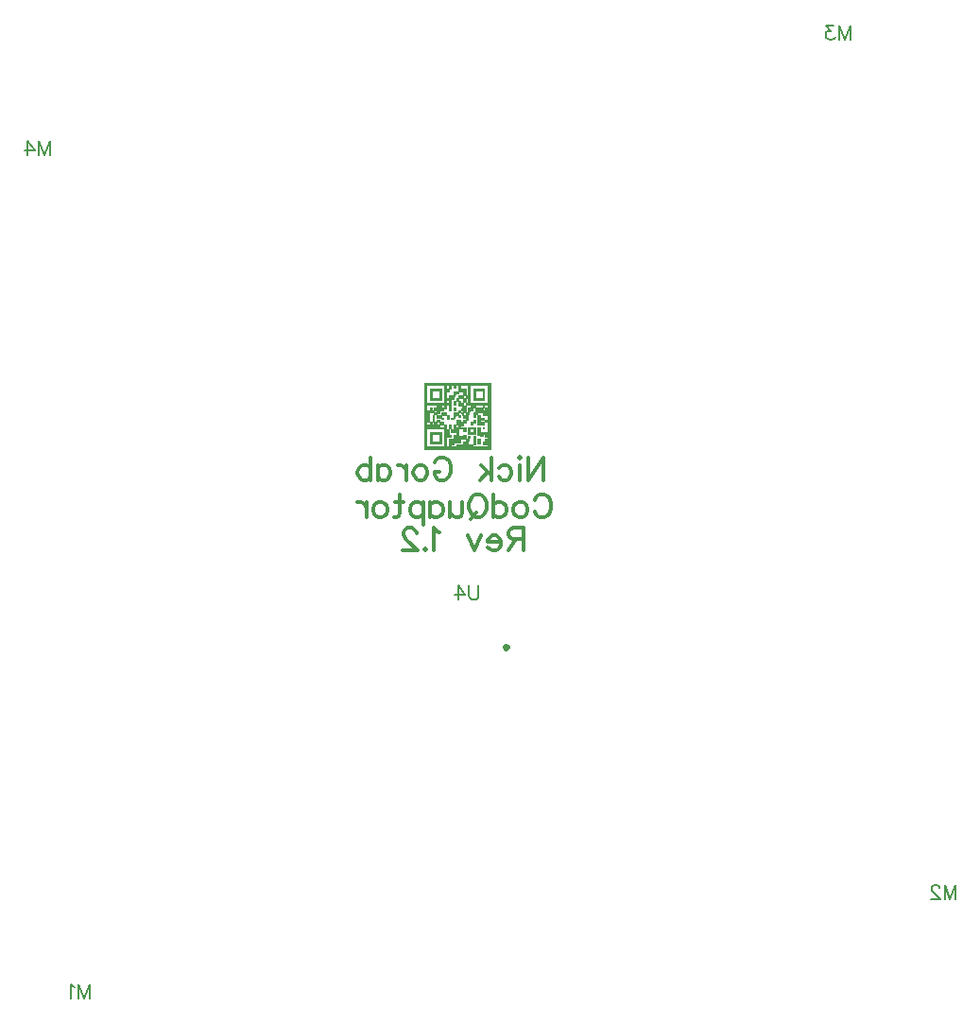
<source format=gbo>
G04 DipTrace 3.2.0.1*
G04 Rev1.3.gbo*
%MOIN*%
G04 #@! TF.FileFunction,Legend,Bot*
G04 #@! TF.Part,Single*
%ADD12C,0.003*%
%ADD69C,0.00772*%
%ADD71C,0.012351*%
%ADD72C,0.015439*%
%FSLAX26Y26*%
G04*
G70*
G90*
G75*
G01*
G04 BotSilk*
%LPD*%
X2210690Y2785879D2*
D12*
X2444690D1*
X2210690Y2782879D2*
X2444690D1*
X2210690Y2779879D2*
X2444690D1*
X2210690Y2776879D2*
X2444690D1*
X2210690Y2773879D2*
X2219690D1*
X2282690D2*
X2288690D1*
X2297690D2*
X2306690D1*
X2315690D2*
X2321690D1*
X2333690D2*
X2339690D1*
X2366690D2*
X2372690D1*
X2435690D2*
X2444690D1*
X2210690Y2770879D2*
X2219690D1*
X2282690D2*
X2288690D1*
X2297690D2*
X2306690D1*
X2315690D2*
X2321690D1*
X2333690D2*
X2339690D1*
X2366690D2*
X2372690D1*
X2435690D2*
X2444690D1*
X2210690Y2767879D2*
X2219690D1*
X2282690D2*
X2288690D1*
X2297690D2*
X2306690D1*
X2315690D2*
X2321690D1*
X2333690D2*
X2339690D1*
X2366690D2*
X2372690D1*
X2435690D2*
X2444690D1*
X2210690Y2764879D2*
X2219690D1*
X2231690D2*
X2270690D1*
X2282690D2*
X2297690D1*
X2333690D2*
X2357690D1*
X2366690D2*
X2372690D1*
X2384690D2*
X2423690D1*
X2435690D2*
X2444690D1*
X2210690Y2761879D2*
X2219690D1*
X2231690D2*
X2270690D1*
X2282690D2*
X2297690D1*
X2333690D2*
X2357690D1*
X2366690D2*
X2372690D1*
X2384690D2*
X2423690D1*
X2435690D2*
X2444690D1*
X2210690Y2758879D2*
X2219690D1*
X2231690D2*
X2270690D1*
X2282690D2*
X2297690D1*
X2333690D2*
X2357690D1*
X2366690D2*
X2372690D1*
X2384690D2*
X2423690D1*
X2435690D2*
X2444690D1*
X2210690Y2755879D2*
X2219690D1*
X2231690D2*
X2237690D1*
X2264690D2*
X2270690D1*
X2282690D2*
X2288690D1*
X2315690D2*
X2330690D1*
X2348690D2*
X2357690D1*
X2366690D2*
X2372690D1*
X2384690D2*
X2390690D1*
X2417690D2*
X2423690D1*
X2435690D2*
X2444690D1*
X2210690Y2752879D2*
X2219690D1*
X2231690D2*
X2237690D1*
X2264690D2*
X2270690D1*
X2282690D2*
X2288690D1*
X2315690D2*
X2330690D1*
X2348690D2*
X2357690D1*
X2366690D2*
X2372690D1*
X2384690D2*
X2390690D1*
X2417690D2*
X2423690D1*
X2435690D2*
X2444690D1*
X2210690Y2749879D2*
X2219690D1*
X2231690D2*
X2237690D1*
X2264690D2*
X2270690D1*
X2282690D2*
X2288690D1*
X2315690D2*
X2330690D1*
X2348690D2*
X2357690D1*
X2366690D2*
X2372690D1*
X2384690D2*
X2390690D1*
X2417690D2*
X2423690D1*
X2435690D2*
X2444690D1*
X2210690Y2746879D2*
X2219690D1*
X2231690D2*
X2237690D1*
X2264690D2*
X2270690D1*
X2282690D2*
X2288690D1*
X2315690D2*
X2321690D1*
X2348690D2*
X2357690D1*
X2366690D2*
X2372690D1*
X2384690D2*
X2390690D1*
X2417690D2*
X2423690D1*
X2435690D2*
X2444690D1*
X2210690Y2743879D2*
X2219690D1*
X2231690D2*
X2237690D1*
X2264690D2*
X2270690D1*
X2282690D2*
X2288690D1*
X2315690D2*
X2320763D1*
X2348690D2*
X2357690D1*
X2366690D2*
X2372690D1*
X2384690D2*
X2390690D1*
X2417690D2*
X2423690D1*
X2435690D2*
X2444690D1*
X2210690Y2740879D2*
X2219690D1*
X2231690D2*
X2237690D1*
X2264690D2*
X2270690D1*
X2282690D2*
X2288690D1*
X2297690D2*
X2319275D1*
X2333690D2*
X2372690D1*
X2384690D2*
X2390690D1*
X2417690D2*
X2423690D1*
X2435690D2*
X2444690D1*
X2210690Y2737879D2*
X2219690D1*
X2231690D2*
X2237690D1*
X2264690D2*
X2270690D1*
X2282690D2*
X2288690D1*
X2297690D2*
X2317722D1*
X2333690D2*
X2348690D1*
X2357690D2*
X2372690D1*
X2384690D2*
X2390690D1*
X2417690D2*
X2423690D1*
X2435690D2*
X2444690D1*
X2210690Y2734879D2*
X2219690D1*
X2231690D2*
X2237690D1*
X2264690D2*
X2270690D1*
X2282690D2*
X2288690D1*
X2297690D2*
X2316667D1*
X2333690D2*
X2348690D1*
X2357690D2*
X2372690D1*
X2384690D2*
X2390690D1*
X2417690D2*
X2423690D1*
X2435690D2*
X2444690D1*
X2210690Y2731879D2*
X2219690D1*
X2231690D2*
X2270690D1*
X2282690D2*
X2316077D1*
X2324690D2*
X2372690D1*
X2384690D2*
X2423690D1*
X2435690D2*
X2444690D1*
X2210690Y2728879D2*
X2219690D1*
X2231690D2*
X2270690D1*
X2282690D2*
X2306690D1*
X2324690D2*
X2330690D1*
X2348690D2*
X2357690D1*
X2366690D2*
X2372690D1*
X2384690D2*
X2423690D1*
X2435690D2*
X2444690D1*
X2210690Y2725879D2*
X2219690D1*
X2231690D2*
X2270690D1*
X2282690D2*
X2306690D1*
X2324690D2*
X2330690D1*
X2348690D2*
X2357690D1*
X2366690D2*
X2372690D1*
X2384690D2*
X2423690D1*
X2435690D2*
X2444690D1*
X2210690Y2722879D2*
X2219690D1*
X2282690D2*
X2288690D1*
X2297690D2*
X2306690D1*
X2315690D2*
X2321690D1*
X2333690D2*
X2339690D1*
X2348690D2*
X2357690D1*
X2366690D2*
X2372690D1*
X2435690D2*
X2444690D1*
X2210690Y2719879D2*
X2219690D1*
X2282690D2*
X2288690D1*
X2297690D2*
X2306690D1*
X2315690D2*
X2321690D1*
X2333690D2*
X2339690D1*
X2348690D2*
X2357690D1*
X2366690D2*
X2372690D1*
X2435690D2*
X2444690D1*
X2210690Y2716879D2*
X2219690D1*
X2282690D2*
X2288690D1*
X2297690D2*
X2306690D1*
X2315690D2*
X2321690D1*
X2333690D2*
X2339690D1*
X2348690D2*
X2357690D1*
X2366690D2*
X2372690D1*
X2435690D2*
X2444690D1*
X2210690Y2713879D2*
X2306690D1*
X2315690D2*
X2321690D1*
X2333690D2*
X2348690D1*
X2357690D2*
X2444690D1*
X2210690Y2710879D2*
X2306690D1*
X2315690D2*
X2321690D1*
X2333690D2*
X2348690D1*
X2357690D2*
X2444690D1*
X2210690Y2707879D2*
X2306690D1*
X2315690D2*
X2321690D1*
X2333690D2*
X2348690D1*
X2357690D2*
X2444690D1*
X2210690Y2704879D2*
X2219690D1*
X2255690D2*
X2270690D1*
X2282690D2*
X2288690D1*
X2297690D2*
X2306690D1*
X2348690D2*
X2357690D1*
X2375690D2*
X2390690D1*
X2417690D2*
X2423690D1*
X2435690D2*
X2444690D1*
X2210690Y2701879D2*
X2219690D1*
X2255690D2*
X2270690D1*
X2282690D2*
X2288690D1*
X2297690D2*
X2306690D1*
X2346639D2*
X2357690D1*
X2375690D2*
X2390690D1*
X2417690D2*
X2423690D1*
X2435690D2*
X2444690D1*
X2210690Y2698879D2*
X2219690D1*
X2231690D2*
X2237690D1*
X2246690D2*
X2288690D1*
X2297690D2*
X2306690D1*
X2315690D2*
X2321690D1*
X2344853D2*
X2357690D1*
X2366690D2*
X2444690D1*
X2210690Y2695879D2*
X2219690D1*
X2231690D2*
X2237690D1*
X2246690D2*
X2279690D1*
X2297690D2*
X2306690D1*
X2315690D2*
X2321690D1*
X2343711D2*
X2357690D1*
X2366690D2*
X2381690D1*
X2393690D2*
X2417690D1*
X2426690D2*
X2444690D1*
X2210690Y2692879D2*
X2219690D1*
X2231690D2*
X2237690D1*
X2246690D2*
X2279690D1*
X2297690D2*
X2306690D1*
X2315690D2*
X2321690D1*
X2343092D2*
X2357690D1*
X2366690D2*
X2381690D1*
X2393690D2*
X2417690D1*
X2426690D2*
X2444690D1*
X2210690Y2689879D2*
X2279690D1*
X2297690D2*
X2306690D1*
X2315690D2*
X2321690D1*
X2333690D2*
X2357690D1*
X2366690D2*
X2381690D1*
X2393690D2*
X2444690D1*
X2210690Y2686879D2*
X2246690D1*
X2255690D2*
X2264690D1*
X2333690D2*
X2339690D1*
X2348690D2*
X2357690D1*
X2366690D2*
X2372690D1*
X2393690D2*
X2444690D1*
X2210690Y2683879D2*
X2246690D1*
X2255690D2*
X2264690D1*
X2333690D2*
X2339690D1*
X2348690D2*
X2357690D1*
X2366690D2*
X2371763D1*
X2393690D2*
X2444690D1*
X2210690Y2680879D2*
X2264690D1*
X2273690D2*
X2288690D1*
X2315690D2*
X2370275D1*
X2384690D2*
X2444690D1*
X2210690Y2677879D2*
X2228690D1*
X2245763D2*
X2255690D1*
X2273690D2*
X2288690D1*
X2315690D2*
X2330690D1*
X2343618D2*
X2348690D1*
X2357690D2*
X2368722D1*
X2384690D2*
X2399690D1*
X2417690D2*
X2444690D1*
X2210690Y2674879D2*
X2228690D1*
X2244275D2*
X2255690D1*
X2273690D2*
X2288690D1*
X2315690D2*
X2330690D1*
X2345105D2*
X2348690D1*
X2357690D2*
X2367671D1*
X2384690D2*
X2399690D1*
X2417690D2*
X2444690D1*
X2210690Y2671879D2*
X2228690D1*
X2242722D2*
X2246690D1*
X2255690D2*
X2270690D1*
X2291690D2*
X2297690D1*
X2315690D2*
X2321690D1*
X2333690D2*
X2339690D1*
X2346659D2*
X2367114D1*
X2384690D2*
X2390690D1*
X2399690D2*
X2408690D1*
X2435690D2*
X2444690D1*
X2210690Y2668879D2*
X2228690D1*
X2241671D2*
X2246690D1*
X2255690D2*
X2270690D1*
X2291690D2*
X2297690D1*
X2315690D2*
X2320763D1*
X2333690D2*
X2339690D1*
X2347714D2*
X2366859D1*
X2384690D2*
X2390690D1*
X2399690D2*
X2408690D1*
X2435690D2*
X2444690D1*
X2210690Y2665879D2*
X2228690D1*
X2241114D2*
X2246690D1*
X2255690D2*
X2270690D1*
X2291690D2*
X2297690D1*
X2315690D2*
X2319274D1*
X2333690D2*
X2339690D1*
X2348303D2*
X2366753D1*
X2384690D2*
X2390690D1*
X2399690D2*
X2408690D1*
X2435690D2*
X2444690D1*
X2210690Y2662879D2*
X2228690D1*
X2240859D2*
X2246690D1*
X2273690D2*
X2279690D1*
X2291690D2*
X2297690D1*
X2306690D2*
X2317706D1*
X2357690D2*
X2366713D1*
X2399690D2*
X2423690D1*
X2435690D2*
X2444690D1*
X2210690Y2659879D2*
X2228690D1*
X2240753D2*
X2246690D1*
X2273690D2*
X2279690D1*
X2291690D2*
X2297690D1*
X2306690D2*
X2316564D1*
X2357690D2*
X2366698D1*
X2399690D2*
X2423690D1*
X2435690D2*
X2444690D1*
X2210690Y2656879D2*
X2228690D1*
X2240713D2*
X2246690D1*
X2273690D2*
X2279690D1*
X2291690D2*
X2297690D1*
X2306690D2*
X2315690D1*
X2357690D2*
X2366693D1*
X2399690D2*
X2423690D1*
X2435690D2*
X2444690D1*
X2210690Y2653879D2*
X2228690D1*
X2240698D2*
X2246690D1*
X2255690D2*
X2264690D1*
X2324690D2*
X2339690D1*
X2348690D2*
X2357690D1*
X2384690D2*
X2390690D1*
X2399690D2*
X2408690D1*
X2426690D2*
X2444690D1*
X2210690Y2650879D2*
X2228690D1*
X2240690D2*
X2246690D1*
X2255690D2*
X2264690D1*
X2324690D2*
X2339690D1*
X2348690D2*
X2357690D1*
X2384690D2*
X2390690D1*
X2399690D2*
X2408690D1*
X2426690D2*
X2444690D1*
X2210690Y2647879D2*
X2279690D1*
X2324690D2*
X2357690D1*
X2375690D2*
X2390690D1*
X2399690D2*
X2444690D1*
X2210690Y2644879D2*
X2219690D1*
X2231690D2*
X2237690D1*
X2246690D2*
X2255690D1*
X2264690D2*
X2279690D1*
X2324690D2*
X2348690D1*
X2375690D2*
X2381690D1*
X2399690D2*
X2423690D1*
X2435690D2*
X2444690D1*
X2210690Y2641879D2*
X2219690D1*
X2231690D2*
X2237690D1*
X2246690D2*
X2255690D1*
X2264690D2*
X2279690D1*
X2324690D2*
X2348690D1*
X2375690D2*
X2381690D1*
X2399690D2*
X2423690D1*
X2435690D2*
X2444690D1*
X2210690Y2638879D2*
X2288690D1*
X2297690D2*
X2306690D1*
X2315690D2*
X2348690D1*
X2375690D2*
X2381690D1*
X2399690D2*
X2423690D1*
X2435690D2*
X2444690D1*
X2210690Y2635879D2*
X2264690D1*
X2282690D2*
X2288690D1*
X2297690D2*
X2306690D1*
X2315690D2*
X2321690D1*
X2333690D2*
X2339690D1*
X2435690D2*
X2444690D1*
X2210690Y2632879D2*
X2264690D1*
X2282690D2*
X2288690D1*
X2297690D2*
X2306690D1*
X2315690D2*
X2321690D1*
X2333690D2*
X2339690D1*
X2435690D2*
X2444690D1*
X2210690Y2629879D2*
X2288690D1*
X2297690D2*
X2306690D1*
X2315690D2*
X2357690D1*
X2366690D2*
X2390690D1*
X2399690D2*
X2408690D1*
X2417690D2*
X2423690D1*
X2435690D2*
X2444690D1*
X2210690Y2626879D2*
X2288690D1*
X2297690D2*
X2306690D1*
X2315690D2*
X2357690D1*
X2366690D2*
X2390690D1*
X2399690D2*
X2408690D1*
X2417690D2*
X2423690D1*
X2435690D2*
X2444690D1*
X2210690Y2623879D2*
X2288690D1*
X2297690D2*
X2306690D1*
X2315690D2*
X2357690D1*
X2366690D2*
X2390690D1*
X2399690D2*
X2408690D1*
X2417690D2*
X2423690D1*
X2435690D2*
X2444690D1*
X2210690Y2620879D2*
X2219690D1*
X2282690D2*
X2297690D1*
X2306690D2*
X2330690D1*
X2348690D2*
X2357690D1*
X2366690D2*
X2372690D1*
X2384690D2*
X2390690D1*
X2399690D2*
X2408690D1*
X2435690D2*
X2444690D1*
X2210690Y2617879D2*
X2219690D1*
X2282690D2*
X2297690D1*
X2306690D2*
X2330690D1*
X2348690D2*
X2357690D1*
X2366690D2*
X2372690D1*
X2384690D2*
X2390690D1*
X2399690D2*
X2408690D1*
X2435690D2*
X2444690D1*
X2210690Y2614879D2*
X2219690D1*
X2282690D2*
X2297690D1*
X2306690D2*
X2330690D1*
X2348690D2*
X2357690D1*
X2366690D2*
X2372690D1*
X2384690D2*
X2390690D1*
X2399690D2*
X2408690D1*
X2435690D2*
X2444690D1*
X2210690Y2611879D2*
X2219690D1*
X2231690D2*
X2270690D1*
X2282690D2*
X2297690D1*
X2324690D2*
X2330690D1*
X2366690D2*
X2390690D1*
X2399690D2*
X2444690D1*
X2210690Y2608879D2*
X2219690D1*
X2231690D2*
X2270690D1*
X2282690D2*
X2297690D1*
X2324690D2*
X2330690D1*
X2366690D2*
X2390690D1*
X2399690D2*
X2444690D1*
X2210690Y2605879D2*
X2219690D1*
X2231690D2*
X2270690D1*
X2282690D2*
X2297690D1*
X2324690D2*
X2330690D1*
X2366690D2*
X2390690D1*
X2399690D2*
X2444690D1*
X2210690Y2602879D2*
X2219690D1*
X2231690D2*
X2237690D1*
X2264690D2*
X2270690D1*
X2282690D2*
X2306690D1*
X2315690D2*
X2330690D1*
X2348690D2*
X2357690D1*
X2408690D2*
X2417690D1*
X2426690D2*
X2444690D1*
X2210690Y2599879D2*
X2219690D1*
X2231690D2*
X2237690D1*
X2264690D2*
X2270690D1*
X2282690D2*
X2306690D1*
X2315690D2*
X2330690D1*
X2348690D2*
X2357690D1*
X2408690D2*
X2417690D1*
X2426690D2*
X2444690D1*
X2210690Y2596879D2*
X2219690D1*
X2231690D2*
X2237690D1*
X2264690D2*
X2270690D1*
X2282690D2*
X2306690D1*
X2315690D2*
X2357690D1*
X2366690D2*
X2372690D1*
X2384690D2*
X2390690D1*
X2408690D2*
X2417690D1*
X2426690D2*
X2444690D1*
X2210690Y2593879D2*
X2219690D1*
X2231690D2*
X2237690D1*
X2264690D2*
X2270690D1*
X2282690D2*
X2288690D1*
X2315690D2*
X2357690D1*
X2366690D2*
X2372462D1*
X2384690D2*
X2390690D1*
X2435690D2*
X2444690D1*
X2210690Y2590879D2*
X2219690D1*
X2231690D2*
X2237690D1*
X2264690D2*
X2270690D1*
X2282690D2*
X2288690D1*
X2315690D2*
X2357690D1*
X2366690D2*
X2371964D1*
X2384690D2*
X2390690D1*
X2435690D2*
X2444690D1*
X2210690Y2587879D2*
X2219690D1*
X2231690D2*
X2237690D1*
X2264690D2*
X2270690D1*
X2282690D2*
X2288690D1*
X2297690D2*
X2370322D1*
X2384690D2*
X2390690D1*
X2399690D2*
X2408690D1*
X2426690D2*
X2444690D1*
X2210690Y2584879D2*
X2219690D1*
X2231690D2*
X2237690D1*
X2264690D2*
X2270690D1*
X2282690D2*
X2288690D1*
X2297690D2*
X2339690D1*
X2357690D2*
X2368733D1*
X2384690D2*
X2390690D1*
X2399690D2*
X2408690D1*
X2426690D2*
X2444690D1*
X2210690Y2581879D2*
X2219690D1*
X2231690D2*
X2237690D1*
X2264690D2*
X2270690D1*
X2282690D2*
X2288690D1*
X2297690D2*
X2339690D1*
X2357690D2*
X2367674D1*
X2384690D2*
X2390690D1*
X2399690D2*
X2408690D1*
X2426690D2*
X2444690D1*
X2210690Y2578879D2*
X2219690D1*
X2231690D2*
X2270690D1*
X2282690D2*
X2288690D1*
X2297690D2*
X2339690D1*
X2348690D2*
X2367114D1*
X2384690D2*
X2390690D1*
X2399690D2*
X2408690D1*
X2417690D2*
X2444690D1*
X2210690Y2575879D2*
X2219690D1*
X2231690D2*
X2270690D1*
X2282690D2*
X2288690D1*
X2297690D2*
X2315690D1*
X2348690D2*
X2366858D1*
X2384690D2*
X2390690D1*
X2399690D2*
X2408690D1*
X2417690D2*
X2444690D1*
X2210690Y2572879D2*
X2219690D1*
X2231690D2*
X2270690D1*
X2282690D2*
X2288690D1*
X2297690D2*
X2315690D1*
X2348690D2*
X2366750D1*
X2384690D2*
X2390690D1*
X2399690D2*
X2408690D1*
X2417690D2*
X2444690D1*
X2210690Y2569879D2*
X2219690D1*
X2282690D2*
X2288690D1*
X2297690D2*
X2306690D1*
X2324690D2*
X2381690D1*
X2435690D2*
X2444690D1*
X2210690Y2566879D2*
X2219690D1*
X2282690D2*
X2288690D1*
X2297690D2*
X2306690D1*
X2324690D2*
X2381690D1*
X2435690D2*
X2444690D1*
X2210690Y2563879D2*
X2219690D1*
X2282690D2*
X2288690D1*
X2297690D2*
X2306690D1*
X2324690D2*
X2381690D1*
X2435690D2*
X2444690D1*
X2210690Y2560879D2*
X2444690D1*
X2210690Y2557879D2*
X2444690D1*
X2210690Y2554879D2*
X2444690D1*
X2210690Y2551879D2*
X2444690D1*
X2210690Y2785879D2*
Y2782879D1*
Y2779879D1*
Y2776879D1*
Y2773879D1*
Y2770879D1*
Y2767879D1*
Y2764879D1*
Y2761879D1*
Y2758879D1*
Y2755879D1*
Y2752879D1*
Y2749879D1*
Y2746879D1*
Y2743879D1*
Y2740879D1*
Y2737879D1*
Y2734879D1*
Y2731879D1*
Y2728879D1*
Y2725879D1*
Y2722879D1*
Y2719879D1*
Y2716879D1*
Y2713879D1*
Y2710879D1*
Y2707879D1*
Y2704879D1*
Y2701879D1*
Y2698879D1*
Y2695879D1*
Y2692879D1*
Y2689879D1*
Y2686879D1*
Y2683879D1*
Y2680879D1*
Y2677879D1*
Y2674879D1*
Y2671879D1*
Y2668879D1*
Y2665879D1*
Y2662879D1*
Y2659879D1*
Y2656879D1*
Y2653879D1*
Y2650879D1*
Y2647879D1*
Y2644879D1*
Y2641879D1*
Y2638879D1*
Y2635879D1*
Y2632879D1*
Y2629879D1*
Y2626879D1*
Y2623879D1*
Y2620879D1*
Y2617879D1*
Y2614879D1*
Y2611879D1*
Y2608879D1*
Y2605879D1*
Y2602879D1*
Y2599879D1*
Y2596879D1*
Y2593879D1*
Y2590879D1*
Y2587879D1*
Y2584879D1*
Y2581879D1*
Y2578879D1*
Y2575879D1*
Y2572879D1*
Y2569879D1*
Y2566879D1*
Y2563879D1*
Y2560879D1*
Y2557879D1*
Y2554879D1*
Y2551879D1*
X2444690Y2785879D2*
Y2782879D1*
Y2779879D1*
Y2776879D1*
Y2773879D1*
Y2770879D1*
Y2767879D1*
Y2764879D1*
Y2761879D1*
Y2758879D1*
Y2755879D1*
Y2752879D1*
Y2749879D1*
Y2746879D1*
Y2743879D1*
Y2740879D1*
Y2737879D1*
Y2734879D1*
Y2731879D1*
Y2728879D1*
Y2725879D1*
Y2722879D1*
Y2719879D1*
Y2716879D1*
Y2713879D1*
Y2710879D1*
Y2707879D1*
Y2704879D1*
Y2701879D1*
Y2698879D1*
Y2695879D1*
Y2692879D1*
Y2689879D1*
Y2686879D1*
Y2683879D1*
Y2680879D1*
Y2677879D1*
Y2674879D1*
Y2671879D1*
Y2668879D1*
Y2665879D1*
Y2662879D1*
Y2659879D1*
Y2656879D1*
Y2653879D1*
Y2650879D1*
Y2647879D1*
Y2644879D1*
Y2641879D1*
Y2638879D1*
Y2635879D1*
Y2632879D1*
Y2629879D1*
Y2626879D1*
Y2623879D1*
Y2620879D1*
Y2617879D1*
Y2614879D1*
Y2611879D1*
Y2608879D1*
Y2605879D1*
Y2602879D1*
Y2599879D1*
Y2596879D1*
Y2593879D1*
Y2590879D1*
Y2587879D1*
Y2584879D1*
Y2581879D1*
Y2578879D1*
Y2575879D1*
Y2572879D1*
Y2569879D1*
Y2566879D1*
Y2563879D1*
Y2560879D1*
Y2557879D1*
Y2554879D1*
Y2551879D1*
X2219690Y2776879D2*
Y2773879D1*
Y2770879D1*
Y2767879D1*
Y2764879D1*
Y2761879D1*
Y2758879D1*
Y2755879D1*
Y2752879D1*
Y2749879D1*
Y2746879D1*
Y2743879D1*
Y2740879D1*
Y2737879D1*
Y2734879D1*
Y2731879D1*
Y2728879D1*
Y2725879D1*
Y2722879D1*
Y2719879D1*
Y2716879D1*
Y2713879D1*
X2282690Y2776879D2*
Y2773879D1*
Y2770879D1*
Y2767879D1*
Y2764879D1*
Y2761879D1*
Y2758879D1*
Y2755879D1*
Y2752879D1*
Y2749879D1*
Y2746879D1*
Y2743879D1*
Y2740879D1*
Y2737879D1*
Y2734879D1*
Y2731879D1*
Y2728879D1*
Y2725879D1*
Y2722879D1*
Y2719879D1*
Y2716879D1*
Y2713879D1*
X2288690Y2776879D2*
Y2773879D1*
Y2770879D1*
Y2767879D1*
X2297690Y2776879D2*
Y2773879D1*
Y2770879D1*
Y2767879D1*
X2306690Y2776879D2*
Y2773879D1*
Y2770879D1*
Y2767879D1*
Y2764879D1*
X2297690D1*
Y2761879D1*
Y2758879D1*
Y2755879D1*
X2288690D1*
Y2752879D1*
Y2749879D1*
Y2746879D1*
Y2743879D1*
Y2740879D1*
Y2737879D1*
Y2734879D1*
X2315690Y2776879D2*
Y2773879D1*
Y2770879D1*
Y2767879D1*
X2321690Y2776879D2*
Y2773879D1*
Y2770879D1*
Y2767879D1*
X2333690Y2776879D2*
Y2773879D1*
Y2770879D1*
Y2767879D1*
Y2764879D1*
Y2761879D1*
Y2758879D1*
Y2755879D1*
X2348690D1*
Y2752879D1*
Y2749879D1*
Y2746879D1*
Y2743879D1*
Y2740879D1*
X2333690D1*
Y2737879D1*
Y2734879D1*
Y2731879D1*
X2324690D1*
Y2728879D1*
Y2725879D1*
Y2722879D1*
X2333690D1*
Y2719879D1*
Y2716879D1*
Y2713879D1*
Y2710879D1*
Y2707879D1*
Y2704879D1*
X2348690D1*
X2346639Y2701879D1*
X2344853Y2698879D1*
X2343711Y2695879D1*
X2343092Y2692879D1*
X2342690Y2689879D1*
X2333690D1*
Y2686879D1*
Y2683879D1*
Y2680879D1*
X2315690D1*
Y2677879D1*
Y2674879D1*
Y2671879D1*
Y2668879D1*
Y2665879D1*
Y2662879D1*
X2306690D1*
Y2659879D1*
Y2656879D1*
X2339690Y2776879D2*
Y2773879D1*
Y2770879D1*
Y2767879D1*
Y2764879D1*
X2357690D1*
Y2761879D1*
Y2758879D1*
Y2755879D1*
Y2752879D1*
Y2749879D1*
Y2746879D1*
Y2743879D1*
X2366690Y2776879D2*
Y2773879D1*
Y2770879D1*
Y2767879D1*
Y2764879D1*
Y2761879D1*
Y2758879D1*
Y2755879D1*
Y2752879D1*
Y2749879D1*
Y2746879D1*
Y2743879D1*
X2372690Y2776879D2*
Y2773879D1*
Y2770879D1*
Y2767879D1*
Y2764879D1*
Y2761879D1*
Y2758879D1*
Y2755879D1*
Y2752879D1*
Y2749879D1*
Y2746879D1*
Y2743879D1*
Y2740879D1*
Y2737879D1*
Y2734879D1*
Y2731879D1*
Y2728879D1*
Y2725879D1*
Y2722879D1*
Y2719879D1*
Y2716879D1*
Y2713879D1*
X2435690Y2776879D2*
Y2773879D1*
Y2770879D1*
Y2767879D1*
Y2764879D1*
Y2761879D1*
Y2758879D1*
Y2755879D1*
Y2752879D1*
Y2749879D1*
Y2746879D1*
Y2743879D1*
Y2740879D1*
Y2737879D1*
Y2734879D1*
Y2731879D1*
Y2728879D1*
Y2725879D1*
Y2722879D1*
Y2719879D1*
Y2716879D1*
Y2713879D1*
X2231690Y2764879D2*
Y2761879D1*
Y2758879D1*
Y2755879D1*
Y2752879D1*
Y2749879D1*
Y2746879D1*
Y2743879D1*
Y2740879D1*
Y2737879D1*
Y2734879D1*
Y2731879D1*
Y2728879D1*
Y2725879D1*
X2270690Y2764879D2*
Y2761879D1*
Y2758879D1*
Y2755879D1*
Y2752879D1*
Y2749879D1*
Y2746879D1*
Y2743879D1*
Y2740879D1*
Y2737879D1*
Y2734879D1*
Y2731879D1*
Y2728879D1*
Y2725879D1*
X2384690Y2764879D2*
Y2761879D1*
Y2758879D1*
Y2755879D1*
Y2752879D1*
Y2749879D1*
Y2746879D1*
Y2743879D1*
Y2740879D1*
Y2737879D1*
Y2734879D1*
Y2731879D1*
Y2728879D1*
Y2725879D1*
X2423690Y2764879D2*
Y2761879D1*
Y2758879D1*
Y2755879D1*
Y2752879D1*
Y2749879D1*
Y2746879D1*
Y2743879D1*
Y2740879D1*
Y2737879D1*
Y2734879D1*
Y2731879D1*
Y2728879D1*
Y2725879D1*
X2237690Y2758879D2*
Y2755879D1*
Y2752879D1*
Y2749879D1*
Y2746879D1*
Y2743879D1*
Y2740879D1*
Y2737879D1*
Y2734879D1*
X2264690Y2758879D2*
Y2755879D1*
Y2752879D1*
Y2749879D1*
Y2746879D1*
Y2743879D1*
Y2740879D1*
Y2737879D1*
Y2734879D1*
X2315690Y2755879D2*
Y2752879D1*
Y2749879D1*
Y2746879D1*
Y2743879D1*
Y2740879D1*
X2297690D1*
Y2737879D1*
Y2734879D1*
X2330690Y2755879D2*
Y2752879D1*
Y2749879D1*
Y2746879D1*
X2321690D1*
X2320763Y2743879D1*
X2319275Y2740879D1*
X2317722Y2737879D1*
X2316667Y2734879D1*
X2316077Y2731879D1*
X2315690Y2728879D1*
X2306690D1*
Y2725879D1*
Y2722879D1*
Y2719879D1*
Y2716879D1*
Y2713879D1*
Y2710879D1*
Y2707879D1*
Y2704879D1*
Y2701879D1*
Y2698879D1*
Y2695879D1*
Y2692879D1*
Y2689879D1*
X2390690Y2758879D2*
Y2755879D1*
Y2752879D1*
Y2749879D1*
Y2746879D1*
Y2743879D1*
Y2740879D1*
Y2737879D1*
Y2734879D1*
X2417690Y2758879D2*
Y2755879D1*
Y2752879D1*
Y2749879D1*
Y2746879D1*
Y2743879D1*
Y2740879D1*
Y2737879D1*
Y2734879D1*
X2348690Y2740879D2*
Y2737879D1*
Y2734879D1*
X2357690Y2740879D2*
Y2737879D1*
Y2734879D1*
X2330690Y2731879D2*
Y2728879D1*
Y2725879D1*
Y2722879D1*
X2321690D1*
Y2719879D1*
Y2716879D1*
Y2713879D1*
Y2710879D1*
Y2707879D1*
X2348690Y2731879D2*
Y2728879D1*
Y2725879D1*
Y2722879D1*
Y2719879D1*
Y2716879D1*
X2357690Y2731879D2*
Y2728879D1*
Y2725879D1*
Y2722879D1*
Y2719879D1*
Y2716879D1*
X2366690Y2731879D2*
Y2728879D1*
Y2725879D1*
Y2722879D1*
Y2719879D1*
Y2716879D1*
X2288690Y2725879D2*
Y2722879D1*
Y2719879D1*
Y2716879D1*
X2297690Y2725879D2*
Y2722879D1*
Y2719879D1*
Y2716879D1*
X2315690Y2722879D2*
Y2719879D1*
Y2716879D1*
Y2713879D1*
Y2710879D1*
Y2707879D1*
X2339690Y2722879D2*
Y2719879D1*
Y2716879D1*
X2348690Y2713879D2*
Y2710879D1*
Y2707879D1*
X2357690Y2713879D2*
Y2710879D1*
Y2707879D1*
X2219690D2*
Y2704879D1*
Y2701879D1*
Y2698879D1*
Y2695879D1*
Y2692879D1*
X2255690Y2707879D2*
Y2704879D1*
Y2701879D1*
Y2698879D1*
X2246690D1*
Y2695879D1*
Y2692879D1*
X2270690Y2707879D2*
Y2704879D1*
Y2701879D1*
X2282690Y2707879D2*
Y2704879D1*
Y2701879D1*
X2288690Y2707879D2*
Y2704879D1*
Y2701879D1*
Y2698879D1*
Y2695879D1*
X2279690D1*
Y2692879D1*
Y2689879D1*
Y2686879D1*
X2264690D1*
Y2683879D1*
Y2680879D1*
Y2677879D1*
X2255690D1*
Y2674879D1*
Y2671879D1*
X2270690D1*
Y2668879D1*
Y2665879D1*
X2297690Y2707879D2*
Y2704879D1*
Y2701879D1*
Y2698879D1*
Y2695879D1*
Y2692879D1*
Y2689879D1*
X2357690Y2704879D2*
Y2701879D1*
Y2698879D1*
Y2695879D1*
Y2692879D1*
Y2689879D1*
Y2686879D1*
Y2683879D1*
X2375690Y2707879D2*
Y2704879D1*
Y2701879D1*
Y2698879D1*
X2366690D1*
Y2695879D1*
Y2692879D1*
Y2689879D1*
Y2686879D1*
Y2683879D1*
X2390690Y2707879D2*
Y2704879D1*
Y2701879D1*
X2417690Y2707879D2*
Y2704879D1*
Y2701879D1*
X2423690Y2707879D2*
Y2704879D1*
Y2701879D1*
X2435690Y2707879D2*
Y2704879D1*
Y2701879D1*
X2231690Y2698879D2*
Y2695879D1*
Y2692879D1*
X2237690Y2698879D2*
Y2695879D1*
Y2692879D1*
X2315690Y2698879D2*
Y2695879D1*
Y2692879D1*
Y2689879D1*
X2321690Y2698879D2*
Y2695879D1*
Y2692879D1*
Y2689879D1*
X2381690Y2698879D2*
Y2695879D1*
Y2692879D1*
Y2689879D1*
Y2686879D1*
X2372690D1*
X2371763Y2683879D1*
X2370275Y2680879D1*
X2368722Y2677879D1*
X2367671Y2674879D1*
X2367114Y2671879D1*
X2366859Y2668879D1*
X2366753Y2665879D1*
X2366713Y2662879D1*
X2366698Y2659879D1*
X2366693Y2656879D1*
X2366690Y2653879D1*
X2357690D1*
Y2650879D1*
Y2647879D1*
Y2644879D1*
X2348690D1*
Y2641879D1*
Y2638879D1*
Y2635879D1*
X2339690D1*
Y2632879D1*
Y2629879D1*
X2357690D1*
Y2626879D1*
Y2623879D1*
Y2620879D1*
Y2617879D1*
Y2614879D1*
X2393690Y2698879D2*
Y2695879D1*
Y2692879D1*
Y2689879D1*
Y2686879D1*
Y2683879D1*
Y2680879D1*
X2384690D1*
Y2677879D1*
Y2674879D1*
Y2671879D1*
Y2668879D1*
Y2665879D1*
X2417690Y2698879D2*
Y2695879D1*
Y2692879D1*
X2426690Y2698879D2*
Y2695879D1*
Y2692879D1*
X2246690Y2689879D2*
Y2686879D1*
Y2683879D1*
X2255690Y2689879D2*
Y2686879D1*
Y2683879D1*
X2339690Y2689879D2*
Y2686879D1*
Y2683879D1*
X2348690Y2689879D2*
Y2686879D1*
Y2683879D1*
X2273690Y2680879D2*
Y2677879D1*
Y2674879D1*
Y2671879D1*
X2291690D1*
Y2668879D1*
Y2665879D1*
Y2662879D1*
Y2659879D1*
Y2656879D1*
X2288690Y2680879D2*
Y2677879D1*
Y2674879D1*
Y2671879D1*
X2270690D1*
Y2668879D1*
Y2665879D1*
X2228690Y2680879D2*
Y2677879D1*
Y2674879D1*
Y2671879D1*
Y2668879D1*
Y2665879D1*
Y2662879D1*
Y2659879D1*
Y2656879D1*
Y2653879D1*
Y2650879D1*
X2246690Y2680879D2*
X2245763Y2677879D1*
X2244275Y2674879D1*
X2242722Y2671879D1*
X2241671Y2668879D1*
X2241114Y2665879D1*
X2240859Y2662879D1*
X2240753Y2659879D1*
X2240713Y2656879D1*
X2240698Y2653879D1*
X2240690Y2650879D1*
X2330690Y2680879D2*
Y2677879D1*
Y2674879D1*
Y2671879D1*
X2321690D1*
X2320763Y2668879D1*
X2319274Y2665879D1*
X2317706Y2662879D1*
X2316564Y2659879D1*
X2315690Y2656879D1*
X2342690Y2680879D2*
X2343618Y2677879D1*
X2345105Y2674879D1*
X2346659Y2671879D1*
X2347714Y2668879D1*
X2348303Y2665879D1*
X2348690Y2662879D1*
X2357690D1*
Y2659879D1*
Y2656879D1*
Y2653879D1*
X2348690D1*
Y2650879D1*
Y2680879D2*
Y2677879D1*
Y2674879D1*
X2357690Y2680879D2*
Y2677879D1*
Y2674879D1*
X2399690Y2680879D2*
Y2677879D1*
Y2674879D1*
Y2671879D1*
X2408690D1*
Y2668879D1*
Y2665879D1*
Y2662879D1*
X2423690D1*
Y2659879D1*
Y2656879D1*
Y2653879D1*
X2408690D1*
Y2650879D1*
X2417690Y2680879D2*
Y2677879D1*
Y2674879D1*
Y2671879D1*
X2435690D1*
Y2668879D1*
Y2665879D1*
Y2662879D1*
Y2659879D1*
Y2656879D1*
Y2653879D1*
X2426690D1*
Y2650879D1*
X2246690Y2671879D2*
Y2668879D1*
Y2665879D1*
Y2662879D1*
Y2659879D1*
Y2656879D1*
Y2653879D1*
Y2650879D1*
X2255690Y2671879D2*
Y2668879D1*
Y2665879D1*
Y2662879D1*
X2273690D1*
Y2659879D1*
Y2656879D1*
X2297690Y2671879D2*
Y2668879D1*
Y2665879D1*
Y2662879D1*
Y2659879D1*
Y2656879D1*
X2333690Y2671879D2*
Y2668879D1*
Y2665879D1*
X2339690Y2671879D2*
Y2668879D1*
Y2665879D1*
X2390690Y2674879D2*
Y2671879D1*
Y2668879D1*
Y2665879D1*
X2399690Y2671879D2*
Y2668879D1*
Y2665879D1*
Y2662879D1*
Y2659879D1*
Y2656879D1*
Y2653879D1*
Y2650879D1*
Y2647879D1*
Y2644879D1*
Y2641879D1*
Y2638879D1*
X2279690Y2662879D2*
Y2659879D1*
Y2656879D1*
X2255690Y2653879D2*
Y2650879D1*
X2264690Y2653879D2*
Y2650879D1*
Y2647879D1*
X2279690D1*
Y2644879D1*
Y2641879D1*
Y2638879D1*
X2288690D1*
Y2635879D1*
Y2632879D1*
Y2629879D1*
Y2626879D1*
Y2623879D1*
X2324690Y2653879D2*
Y2650879D1*
Y2647879D1*
Y2644879D1*
Y2641879D1*
Y2638879D1*
X2315690D1*
Y2635879D1*
Y2632879D1*
Y2629879D1*
Y2626879D1*
Y2623879D1*
X2339690Y2653879D2*
Y2650879D1*
X2384690Y2653879D2*
Y2650879D1*
Y2647879D1*
X2375690D1*
Y2644879D1*
Y2641879D1*
Y2638879D1*
X2390690Y2653879D2*
Y2650879D1*
Y2647879D1*
Y2644879D1*
X2381690D1*
Y2641879D1*
Y2638879D1*
X2219690Y2647879D2*
Y2644879D1*
Y2641879D1*
X2231690Y2647879D2*
Y2644879D1*
Y2641879D1*
X2237690Y2647879D2*
Y2644879D1*
Y2641879D1*
X2246690Y2647879D2*
Y2644879D1*
Y2641879D1*
X2255690Y2647879D2*
Y2644879D1*
Y2641879D1*
X2264690Y2647879D2*
Y2644879D1*
Y2641879D1*
X2423690Y2647879D2*
Y2644879D1*
Y2641879D1*
Y2638879D1*
X2435690Y2647879D2*
Y2644879D1*
Y2641879D1*
Y2638879D1*
Y2635879D1*
Y2632879D1*
Y2629879D1*
Y2626879D1*
Y2623879D1*
Y2620879D1*
Y2617879D1*
Y2614879D1*
X2297690Y2638879D2*
Y2635879D1*
Y2632879D1*
Y2629879D1*
Y2626879D1*
Y2623879D1*
X2306690Y2638879D2*
Y2635879D1*
Y2632879D1*
Y2629879D1*
Y2626879D1*
Y2623879D1*
X2264690Y2638879D2*
Y2635879D1*
Y2632879D1*
X2282690Y2638879D2*
Y2635879D1*
Y2632879D1*
X2321690Y2638879D2*
Y2635879D1*
Y2632879D1*
X2333690Y2638879D2*
Y2635879D1*
Y2632879D1*
X2366690Y2629879D2*
Y2626879D1*
Y2623879D1*
Y2620879D1*
Y2617879D1*
Y2614879D1*
Y2611879D1*
Y2608879D1*
Y2605879D1*
X2390690Y2629879D2*
Y2626879D1*
Y2623879D1*
Y2620879D1*
Y2617879D1*
Y2614879D1*
Y2611879D1*
Y2608879D1*
Y2605879D1*
X2399690Y2629879D2*
Y2626879D1*
Y2623879D1*
Y2620879D1*
Y2617879D1*
Y2614879D1*
Y2611879D1*
Y2608879D1*
Y2605879D1*
Y2602879D1*
X2408690D1*
Y2599879D1*
Y2596879D1*
Y2629879D2*
Y2626879D1*
Y2623879D1*
Y2620879D1*
Y2617879D1*
Y2614879D1*
X2417690Y2629879D2*
Y2626879D1*
Y2623879D1*
X2423690Y2629879D2*
Y2626879D1*
Y2623879D1*
X2219690D2*
Y2620879D1*
Y2617879D1*
Y2614879D1*
Y2611879D1*
Y2608879D1*
Y2605879D1*
Y2602879D1*
Y2599879D1*
Y2596879D1*
Y2593879D1*
Y2590879D1*
Y2587879D1*
Y2584879D1*
Y2581879D1*
Y2578879D1*
Y2575879D1*
Y2572879D1*
Y2569879D1*
Y2566879D1*
Y2563879D1*
Y2560879D1*
X2282690Y2623879D2*
Y2620879D1*
Y2617879D1*
Y2614879D1*
Y2611879D1*
Y2608879D1*
Y2605879D1*
Y2602879D1*
Y2599879D1*
Y2596879D1*
Y2593879D1*
Y2590879D1*
Y2587879D1*
Y2584879D1*
Y2581879D1*
Y2578879D1*
Y2575879D1*
Y2572879D1*
Y2569879D1*
Y2566879D1*
Y2563879D1*
Y2560879D1*
X2297690Y2620879D2*
Y2617879D1*
Y2614879D1*
Y2611879D1*
Y2608879D1*
Y2605879D1*
Y2602879D1*
X2306690D1*
Y2599879D1*
Y2596879D1*
Y2593879D1*
X2288690D1*
Y2590879D1*
Y2587879D1*
Y2584879D1*
Y2581879D1*
Y2578879D1*
Y2575879D1*
Y2572879D1*
Y2569879D1*
Y2566879D1*
Y2563879D1*
X2306690Y2620879D2*
Y2617879D1*
Y2614879D1*
Y2611879D1*
X2324690D1*
Y2608879D1*
Y2605879D1*
Y2602879D1*
X2315690D1*
Y2599879D1*
Y2596879D1*
Y2593879D1*
Y2590879D1*
Y2587879D1*
X2297690D1*
Y2584879D1*
Y2581879D1*
Y2578879D1*
Y2575879D1*
Y2572879D1*
Y2569879D1*
Y2566879D1*
Y2563879D1*
X2330690Y2623879D2*
Y2620879D1*
Y2617879D1*
Y2614879D1*
Y2611879D1*
Y2608879D1*
Y2605879D1*
Y2602879D1*
Y2599879D1*
X2348690Y2623879D2*
Y2620879D1*
Y2617879D1*
Y2614879D1*
X2372690Y2623879D2*
Y2620879D1*
Y2617879D1*
Y2614879D1*
X2384690Y2623879D2*
Y2620879D1*
Y2617879D1*
Y2614879D1*
X2231690Y2611879D2*
Y2608879D1*
Y2605879D1*
Y2602879D1*
Y2599879D1*
Y2596879D1*
Y2593879D1*
Y2590879D1*
Y2587879D1*
Y2584879D1*
Y2581879D1*
Y2578879D1*
Y2575879D1*
Y2572879D1*
X2270690Y2611879D2*
Y2608879D1*
Y2605879D1*
Y2602879D1*
Y2599879D1*
Y2596879D1*
Y2593879D1*
Y2590879D1*
Y2587879D1*
Y2584879D1*
Y2581879D1*
Y2578879D1*
Y2575879D1*
Y2572879D1*
X2237690Y2605879D2*
Y2602879D1*
Y2599879D1*
Y2596879D1*
Y2593879D1*
Y2590879D1*
Y2587879D1*
Y2584879D1*
Y2581879D1*
X2264690Y2605879D2*
Y2602879D1*
Y2599879D1*
Y2596879D1*
Y2593879D1*
Y2590879D1*
Y2587879D1*
Y2584879D1*
Y2581879D1*
X2348690Y2602879D2*
Y2599879D1*
X2357690Y2602879D2*
Y2599879D1*
Y2596879D1*
Y2593879D1*
Y2590879D1*
X2417690Y2605879D2*
Y2602879D1*
Y2599879D1*
Y2596879D1*
X2426690Y2605879D2*
Y2602879D1*
Y2599879D1*
Y2596879D1*
Y2593879D1*
X2435690D1*
Y2590879D1*
Y2587879D1*
X2426690D1*
Y2584879D1*
Y2581879D1*
Y2578879D1*
X2417690D1*
Y2575879D1*
Y2572879D1*
Y2569879D1*
X2435690D1*
Y2566879D1*
Y2563879D1*
Y2560879D1*
X2366690Y2596879D2*
Y2593879D1*
Y2590879D1*
X2372690Y2596879D2*
X2372462Y2593879D1*
X2371964Y2590879D1*
X2370322Y2587879D1*
X2368733Y2584879D1*
X2367674Y2581879D1*
X2367114Y2578879D1*
X2366858Y2575879D1*
X2366750Y2572879D1*
X2366690Y2569879D1*
X2381690D1*
Y2566879D1*
Y2563879D1*
Y2560879D1*
X2384690Y2596879D2*
Y2593879D1*
Y2590879D1*
Y2587879D1*
Y2584879D1*
Y2581879D1*
Y2578879D1*
Y2575879D1*
Y2572879D1*
X2390690Y2596879D2*
Y2593879D1*
Y2590879D1*
Y2587879D1*
Y2584879D1*
Y2581879D1*
Y2578879D1*
Y2575879D1*
Y2572879D1*
Y2569879D1*
X2381690D1*
Y2566879D1*
Y2563879D1*
Y2560879D1*
X2399690Y2587879D2*
Y2584879D1*
Y2581879D1*
Y2578879D1*
Y2575879D1*
Y2572879D1*
X2408690Y2587879D2*
Y2584879D1*
Y2581879D1*
Y2578879D1*
Y2575879D1*
Y2572879D1*
X2339690Y2587879D2*
Y2584879D1*
Y2581879D1*
Y2578879D1*
Y2575879D1*
X2315690D1*
Y2572879D1*
Y2569879D1*
X2306690D1*
Y2566879D1*
Y2563879D1*
X2357690Y2587879D2*
Y2584879D1*
Y2581879D1*
Y2578879D1*
X2348690D1*
Y2575879D1*
Y2572879D1*
Y2569879D1*
X2324690D1*
Y2566879D1*
Y2563879D1*
X993181Y614955D2*
D69*
Y665195D1*
X1012304Y614955D1*
X1031428Y665195D1*
Y614955D1*
X977742Y655578D2*
X972933Y658010D1*
X965748Y665140D1*
Y614955D1*
X4047682Y965528D2*
Y1015768D1*
X4066805Y965528D1*
X4085928Y1015768D1*
Y965528D1*
X4029811Y1003775D2*
Y1006151D1*
X4027434Y1010960D1*
X4025057Y1013336D1*
X4020249Y1015713D1*
X4010687D1*
X4005934Y1013336D1*
X4003557Y1010960D1*
X4001126Y1006151D1*
Y1001398D1*
X4003557Y996590D1*
X4008311Y989460D1*
X4032242Y965528D1*
X3998749D1*
X3676882Y3995301D2*
Y4045541D1*
X3696006Y3995301D1*
X3715129Y4045541D1*
Y3995301D1*
X3656635Y4045486D2*
X3630382D1*
X3644696Y4026363D1*
X3637511D1*
X3632758Y4023986D1*
X3630382Y4021610D1*
X3627950Y4014425D1*
Y4009671D1*
X3630382Y4002486D1*
X3635135Y3997678D1*
X3642320Y3995301D1*
X3649505D1*
X3656635Y3997678D1*
X3659011Y4000110D1*
X3661443Y4004863D1*
X853071Y3588478D2*
Y3638718D1*
X872194Y3588478D1*
X891317Y3638718D1*
Y3588478D1*
X813700D2*
Y3638663D1*
X837631Y3605225D1*
X801762D1*
X2403703Y2070808D2*
Y2034938D1*
X2401327Y2027753D1*
X2396518Y2023000D1*
X2389333Y2020568D1*
X2384580D1*
X2377395Y2023000D1*
X2372586Y2027753D1*
X2370210Y2034938D1*
Y2070808D1*
X2330839Y2020568D2*
Y2070753D1*
X2354771Y2037315D1*
X2318901D1*
X2577614Y2522613D2*
D71*
Y2442229D1*
X2631203Y2522613D1*
Y2442229D1*
X2552911Y2522613D2*
X2549109Y2518810D1*
X2545218Y2522613D1*
X2549109Y2526504D1*
X2552911Y2522613D1*
X2549109Y2495818D2*
Y2442229D1*
X2474531Y2484322D2*
X2482224Y2492016D1*
X2489918Y2495818D1*
X2501325D1*
X2509019Y2492016D1*
X2516624Y2484322D1*
X2520515Y2472826D1*
Y2465221D1*
X2516624Y2453725D1*
X2509019Y2446120D1*
X2501325Y2442229D1*
X2489918D1*
X2482224Y2446120D1*
X2474531Y2453725D1*
X2449828Y2522613D2*
Y2442229D1*
X2411537Y2495818D2*
X2449828Y2457527D1*
X2434529Y2472826D2*
X2407734Y2442229D1*
X2247878Y2503512D2*
X2251681Y2511117D1*
X2259374Y2518810D1*
X2266979Y2522613D1*
X2282278D1*
X2289972Y2518810D1*
X2297577Y2511117D1*
X2301468Y2503512D1*
X2305270Y2492016D1*
Y2472826D1*
X2301468Y2461418D1*
X2297577Y2453725D1*
X2289972Y2446120D1*
X2282278Y2442229D1*
X2266979D1*
X2259374Y2446120D1*
X2251681Y2453725D1*
X2247878Y2461418D1*
Y2472826D1*
X2266979D1*
X2204074Y2495818D2*
X2211679Y2492016D1*
X2219373Y2484322D1*
X2223175Y2472826D1*
Y2465221D1*
X2219373Y2453725D1*
X2211679Y2446120D1*
X2204074Y2442229D1*
X2192578D1*
X2184885Y2446120D1*
X2177280Y2453725D1*
X2173389Y2465221D1*
Y2472826D1*
X2177280Y2484322D1*
X2184885Y2492016D1*
X2192578Y2495818D1*
X2204074D1*
X2148686D2*
Y2442229D1*
Y2472826D2*
X2144795Y2484322D1*
X2137190Y2492016D1*
X2129496Y2495818D1*
X2118000D1*
X2047402D2*
Y2442229D1*
Y2484322D2*
X2055007Y2492016D1*
X2062700Y2495818D1*
X2074108D1*
X2081801Y2492016D1*
X2089406Y2484322D1*
X2093297Y2472826D1*
Y2465221D1*
X2089406Y2453725D1*
X2081801Y2446120D1*
X2074108Y2442229D1*
X2062700D1*
X2055007Y2446120D1*
X2047402Y2453725D1*
X2022699Y2522613D2*
Y2442229D1*
Y2484322D2*
X2015005Y2492016D1*
X2007400Y2495818D1*
X1995904D1*
X1988299Y2492016D1*
X1980606Y2484322D1*
X1976803Y2472826D1*
Y2465221D1*
X1980606Y2453725D1*
X1988299Y2446120D1*
X1995904Y2442229D1*
X2007400D1*
X2015005Y2446120D1*
X2022699Y2453725D1*
X2601137Y2372901D2*
X2604939Y2380507D1*
X2612633Y2388200D1*
X2620238Y2392003D1*
X2635536D1*
X2643230Y2388200D1*
X2650835Y2380507D1*
X2654726Y2372901D1*
X2658529Y2361405D1*
Y2342216D1*
X2654726Y2330808D1*
X2650835Y2323115D1*
X2643230Y2315510D1*
X2635536Y2311619D1*
X2620238D1*
X2612633Y2315510D1*
X2604939Y2323115D1*
X2601137Y2330808D1*
X2557333Y2365208D2*
X2564938Y2361405D1*
X2572631Y2353712D1*
X2576434Y2342216D1*
Y2334611D1*
X2572631Y2323115D1*
X2564938Y2315510D1*
X2557333Y2311619D1*
X2545837D1*
X2538143Y2315510D1*
X2530538Y2323115D1*
X2526647Y2334611D1*
Y2342216D1*
X2530538Y2353712D1*
X2538143Y2361405D1*
X2545837Y2365208D1*
X2557333D1*
X2456048Y2392003D2*
Y2311619D1*
Y2353712D2*
X2463654Y2361405D1*
X2471347Y2365208D1*
X2482843D1*
X2490448Y2361405D1*
X2498142Y2353712D1*
X2501944Y2342216D1*
Y2334611D1*
X2498142Y2323115D1*
X2490448Y2315510D1*
X2482843Y2311619D1*
X2471347D1*
X2463654Y2315510D1*
X2456048Y2323115D1*
X2408353Y2392003D2*
X2415959Y2388288D1*
X2423652Y2380595D1*
X2427455Y2372901D1*
X2431346Y2361405D1*
Y2342304D1*
X2427455Y2330808D1*
X2423652Y2323203D1*
X2415959Y2315510D1*
X2408353Y2311707D1*
X2393055D1*
X2385361Y2315510D1*
X2377756Y2323203D1*
X2373954Y2330808D1*
X2370063Y2342304D1*
Y2361405D1*
X2373954Y2372901D1*
X2377756Y2380595D1*
X2385361Y2388288D1*
X2393055Y2392003D1*
X2408353D1*
X2396857Y2327006D2*
X2373954Y2304013D1*
X2345360Y2365208D2*
Y2326917D1*
X2341557Y2315510D1*
X2333864Y2311619D1*
X2322368D1*
X2314763Y2315510D1*
X2303267Y2326917D1*
Y2365208D2*
Y2311619D1*
X2232668Y2365208D2*
Y2311619D1*
Y2353712D2*
X2240273Y2361405D1*
X2247967Y2365208D1*
X2259374D1*
X2267068Y2361405D1*
X2274673Y2353712D1*
X2278564Y2342216D1*
Y2334611D1*
X2274673Y2323115D1*
X2267068Y2315510D1*
X2259374Y2311619D1*
X2247967D1*
X2240273Y2315510D1*
X2232668Y2323115D1*
X2207965Y2365208D2*
Y2284824D1*
Y2353712D2*
X2200272Y2361317D1*
X2192667Y2365208D1*
X2181171D1*
X2173477Y2361317D1*
X2165872Y2353712D1*
X2161981Y2342216D1*
Y2334522D1*
X2165872Y2323115D1*
X2173477Y2315421D1*
X2181171Y2311619D1*
X2192667D1*
X2200272Y2315421D1*
X2207965Y2323115D1*
X2125782Y2392003D2*
Y2326917D1*
X2121980Y2315510D1*
X2114286Y2311619D1*
X2106681D1*
X2137278Y2365208D2*
X2110484D1*
X2062877D2*
X2070482Y2361405D1*
X2078176Y2353712D1*
X2081978Y2342216D1*
Y2334611D1*
X2078176Y2323115D1*
X2070482Y2315510D1*
X2062877Y2311619D1*
X2051381D1*
X2043687Y2315510D1*
X2036082Y2323115D1*
X2032191Y2334611D1*
Y2342216D1*
X2036082Y2353712D1*
X2043687Y2361405D1*
X2051381Y2365208D1*
X2062877D1*
X2007489D2*
Y2311619D1*
Y2342216D2*
X2003598Y2353712D1*
X1995993Y2361405D1*
X1988299Y2365208D1*
X1976803D1*
X2561412Y2235602D2*
X2527012D1*
X2515516Y2239493D1*
X2511625Y2243295D1*
X2507823Y2250900D1*
Y2258594D1*
X2511625Y2266199D1*
X2515516Y2270090D1*
X2527012Y2273892D1*
X2561412D1*
Y2193508D1*
X2534618Y2235602D2*
X2507823Y2193508D1*
X2483120Y2224106D2*
X2437224D1*
Y2231799D1*
X2441027Y2239493D1*
X2444829Y2243295D1*
X2452523Y2247098D1*
X2464019D1*
X2471624Y2243295D1*
X2479318Y2235602D1*
X2483120Y2224106D1*
Y2216500D1*
X2479318Y2205004D1*
X2471624Y2197399D1*
X2464019Y2193508D1*
X2452523D1*
X2444829Y2197399D1*
X2437224Y2205004D1*
X2412522Y2247098D2*
X2389529Y2193508D1*
X2366626Y2247098D1*
X2264161Y2258505D2*
X2256468Y2262396D1*
X2244972Y2273804D1*
Y2193508D1*
X2216466Y2201202D2*
X2220269Y2197311D1*
X2216466Y2193508D1*
X2212575Y2197311D1*
X2216466Y2201202D1*
X2183982Y2254703D2*
Y2258505D1*
X2180179Y2266199D1*
X2176377Y2270001D1*
X2168683Y2273804D1*
X2153384D1*
X2145779Y2270001D1*
X2141977Y2266199D1*
X2138086Y2258505D1*
Y2250900D1*
X2141977Y2243207D1*
X2149582Y2231799D1*
X2187873Y2193508D1*
X2134283D1*
X2500024Y1859403D2*
D72*
X2504777Y1854540D1*
X2500024Y1849786D1*
X2495161Y1854540D1*
X2500024Y1859403D1*
M02*

</source>
